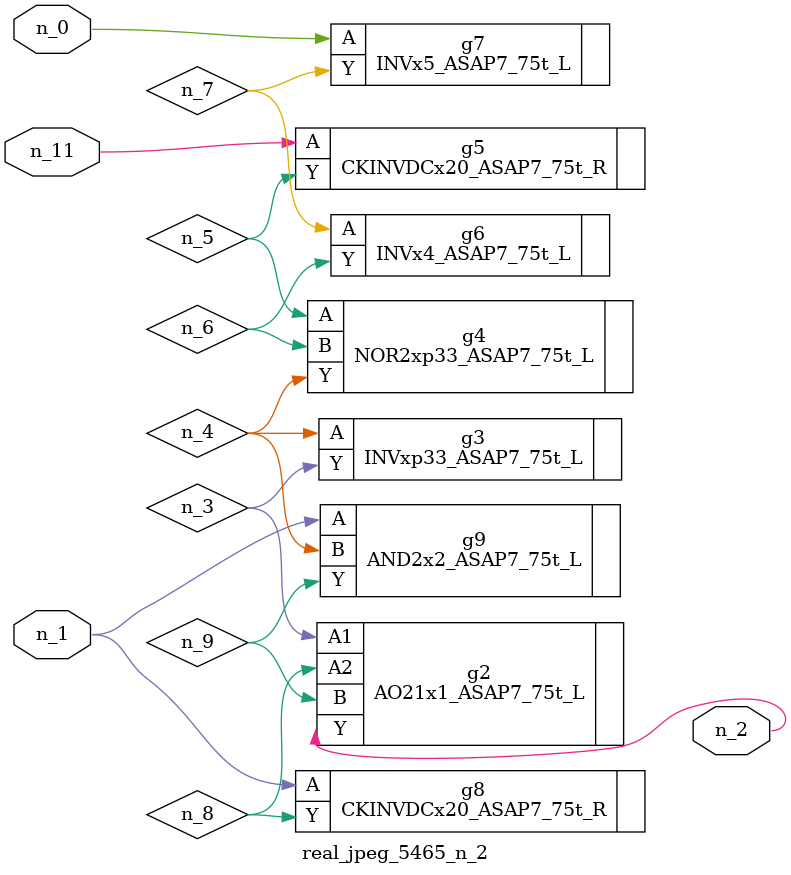
<source format=v>
module real_jpeg_5465_n_2 (n_1, n_11, n_0, n_2);

input n_1;
input n_11;
input n_0;

output n_2;

wire n_5;
wire n_8;
wire n_4;
wire n_6;
wire n_7;
wire n_3;
wire n_9;

INVx5_ASAP7_75t_L g7 ( 
.A(n_0),
.Y(n_7)
);

CKINVDCx20_ASAP7_75t_R g8 ( 
.A(n_1),
.Y(n_8)
);

AND2x2_ASAP7_75t_L g9 ( 
.A(n_1),
.B(n_4),
.Y(n_9)
);

AO21x1_ASAP7_75t_L g2 ( 
.A1(n_3),
.A2(n_8),
.B(n_9),
.Y(n_2)
);

INVxp33_ASAP7_75t_L g3 ( 
.A(n_4),
.Y(n_3)
);

NOR2xp33_ASAP7_75t_L g4 ( 
.A(n_5),
.B(n_6),
.Y(n_4)
);

INVx4_ASAP7_75t_L g6 ( 
.A(n_7),
.Y(n_6)
);

CKINVDCx20_ASAP7_75t_R g5 ( 
.A(n_11),
.Y(n_5)
);


endmodule
</source>
